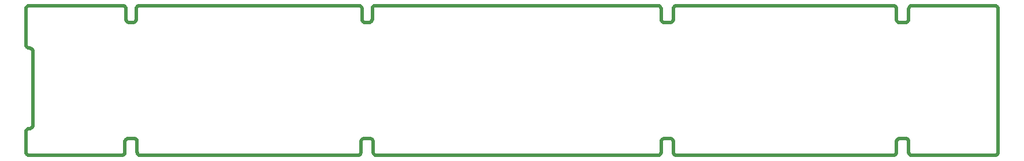
<source format=gbr>
%FSTAX23Y23*%
%MOIN*%
%SFA1B1*%

%IPPOS*%
%ADD95C,0.019685*%
%LNpcb_keep-out-1*%
%LPD*%
G54D95*
X00433Y00994D02*
D01*
X00433Y00996*
X00433Y00997*
X00433Y00998*
X00432Y01*
X00432Y01001*
X00431Y01002*
X00431Y01003*
X0043Y01005*
X00429Y01006*
X00429Y01007*
X00428Y01008*
X00427Y01009*
X00426Y0101*
X00424Y0101*
X00423Y01011*
X00422Y01012*
X00421Y01012*
X0042Y01013*
X00418Y01013*
X00417Y01014*
X00415Y01014*
X00414Y01014*
X00413Y01014*
X00394Y01034D02*
D01*
X00394Y01032*
X00394Y01031*
X00394Y01029*
X00395Y01028*
X00395Y01027*
X00395Y01025*
X00396Y01024*
X00397Y01023*
X00397Y01022*
X00398Y01021*
X00399Y0102*
X004Y01019*
X00401Y01018*
X00402Y01017*
X00404Y01016*
X00405Y01016*
X00406Y01015*
X00407Y01015*
X00409Y01014*
X0041Y01014*
X00411Y01014*
X00413Y01014*
X00413Y01014*
Y00549D02*
D01*
X00415Y00549*
X00416Y00549*
X00418Y0055*
X00419Y0055*
X0042Y0055*
X00421Y00551*
X00423Y00552*
X00424Y00552*
X00425Y00553*
X00426Y00554*
X00427Y00555*
X00428Y00556*
X00429Y00557*
X0043Y00558*
X0043Y00559*
X00431Y0056*
X00432Y00562*
X00432Y00563*
X00433Y00564*
X00433Y00566*
X00433Y00567*
X00433Y00568*
X00433Y00569*
X00413Y00549D02*
D01*
X00412Y00549*
X00411Y00549*
X00409Y00549*
X00408Y00548*
X00407Y00548*
X00405Y00548*
X00404Y00547*
X00403Y00546*
X00402Y00545*
X00401Y00545*
X004Y00544*
X00399Y00543*
X00398Y00542*
X00397Y00541*
X00396Y00539*
X00396Y00538*
X00395Y00537*
X00395Y00536*
X00394Y00534*
X00394Y00533*
X00394Y00532*
X00394Y0053*
X00394Y0053*
X05398Y00394D02*
D01*
X05399Y00394*
X054Y00394*
X05402Y00394*
X05403Y00394*
X05404Y00395*
X05406Y00395*
X05407Y00396*
X05408Y00397*
X05409Y00397*
X0541Y00398*
X05411Y00399*
X05412Y004*
X05413Y00401*
X05414Y00402*
X05415Y00403*
X05415Y00405*
X05416Y00406*
X05416Y00407*
X05417Y00408*
X05417Y0041*
X05417Y00411*
X05417Y00413*
X05417Y00413*
X04059Y0124D02*
D01*
X04059Y01241*
X04059Y01243*
X04059Y01244*
X04058Y01245*
X04058Y01247*
X04057Y01248*
X04057Y01249*
X04056Y0125*
X04055Y01252*
X04054Y01253*
X04053Y01254*
X04052Y01255*
X04051Y01255*
X0405Y01256*
X04049Y01257*
X04048Y01258*
X04047Y01258*
X04045Y01259*
X04044Y01259*
X04043Y01259*
X04041Y0126*
X0404Y0126*
X04039Y0126*
X02372Y01161D02*
D01*
X02373Y01161*
X02375Y01162*
X02376Y01162*
X02377Y01162*
X02379Y01163*
X0238Y01163*
X02381Y01164*
X02382Y01164*
X02384Y01165*
X02385Y01166*
X02386Y01167*
X02387Y01168*
X02388Y01169*
X02388Y0117*
X02389Y01171*
X0239Y01172*
X0239Y01174*
X02391Y01175*
X02391Y01176*
X02391Y01178*
X02392Y01179*
X02392Y0118*
X02392Y01181*
X02333Y01181D02*
D01*
X02333Y0118*
X02333Y01178*
X02333Y01177*
X02333Y01176*
X02334Y01174*
X02334Y01173*
X02335Y01172*
X02336Y01171*
X02336Y01169*
X02337Y01168*
X02338Y01167*
X02339Y01166*
X0234Y01165*
X02341Y01165*
X02343Y01164*
X02344Y01163*
X02345Y01163*
X02346Y01162*
X02348Y01162*
X02349Y01162*
X0235Y01161*
X02352Y01161*
X02352Y01161*
X00971Y01181D02*
D01*
X00971Y0118*
X00971Y01178*
X00971Y01177*
X00971Y01176*
X00972Y01174*
X00972Y01173*
X00973Y01172*
X00974Y01171*
X00974Y01169*
X00975Y01168*
X00976Y01167*
X00977Y01166*
X00978Y01165*
X00979Y01165*
X0098Y01164*
X00982Y01163*
X00983Y01163*
X00984Y01162*
X00985Y01162*
X00987Y01162*
X00988Y01161*
X0099Y01161*
X0099Y01161*
X05488Y00472D02*
D01*
X05488Y00474*
X05488Y00475*
X05488Y00476*
X05487Y00478*
X05487Y00479*
X05486Y0048*
X05486Y00482*
X05485Y00483*
X05484Y00484*
X05484Y00485*
X05483Y00486*
X05482Y00487*
X05481Y00488*
X05479Y00489*
X05478Y00489*
X05477Y0049*
X05476Y00491*
X05475Y00491*
X05473Y00491*
X05472Y00492*
X0547Y00492*
X05469Y00492*
X05468Y00492*
X0415Y0126D02*
D01*
X04148Y0126*
X04147Y01259*
X04145Y01259*
X04144Y01259*
X04143Y01258*
X04142Y01258*
X0414Y01257*
X04139Y01257*
X04138Y01256*
X04137Y01255*
X04136Y01254*
X04135Y01253*
X04134Y01252*
X04133Y01251*
X04133Y0125*
X04132Y01249*
X04131Y01247*
X04131Y01246*
X04131Y01245*
X0413Y01243*
X0413Y01242*
X0413Y01241*
X0413Y0124*
X04059Y01181D02*
D01*
X04059Y0118*
X04059Y01178*
X04059Y01177*
X0406Y01176*
X0406Y01174*
X04061Y01173*
X04061Y01172*
X04062Y01171*
X04063Y01169*
X04064Y01168*
X04065Y01167*
X04066Y01166*
X04067Y01165*
X04068Y01165*
X04069Y01164*
X0407Y01163*
X04071Y01163*
X04073Y01162*
X04074Y01162*
X04075Y01162*
X04077Y01161*
X04078Y01161*
X04079Y01161*
X02411Y0126D02*
D01*
X0241Y0126*
X02409Y01259*
X02407Y01259*
X02406Y01259*
X02405Y01258*
X02403Y01258*
X02402Y01257*
X02401Y01257*
X024Y01256*
X02399Y01255*
X02398Y01254*
X02397Y01253*
X02396Y01252*
X02395Y01251*
X02394Y0125*
X02394Y01249*
X02393Y01247*
X02393Y01246*
X02392Y01245*
X02392Y01243*
X02392Y01242*
X02392Y01241*
X02392Y0124*
X05508Y0126D02*
D01*
X05506Y0126*
X05505Y01259*
X05504Y01259*
X05502Y01259*
X05501Y01258*
X055Y01258*
X05499Y01257*
X05497Y01257*
X05496Y01256*
X05495Y01255*
X05494Y01254*
X05493Y01253*
X05492Y01252*
X05492Y01251*
X05491Y0125*
X0549Y01249*
X0549Y01247*
X05489Y01246*
X05489Y01245*
X05488Y01243*
X05488Y01242*
X05488Y01241*
X05488Y0124*
X04039Y00394D02*
D01*
X04041Y00394*
X04042Y00394*
X04043Y00394*
X04045Y00394*
X04046Y00395*
X04047Y00395*
X04049Y00396*
X0405Y00397*
X04051Y00397*
X04052Y00398*
X04053Y00399*
X04054Y004*
X04055Y00401*
X04056Y00402*
X04056Y00403*
X04057Y00405*
X04058Y00406*
X04058Y00407*
X04058Y00408*
X04059Y0041*
X04059Y00411*
X04059Y00413*
X04059Y00413*
X05437Y00492D02*
D01*
X05436Y00492*
X05434Y00492*
X05433Y00492*
X05431Y00491*
X0543Y00491*
X05429Y0049*
X05428Y0049*
X05426Y00489*
X05425Y00488*
X05424Y00487*
X05423Y00486*
X05422Y00485*
X05421Y00484*
X05421Y00483*
X0542Y00482*
X05419Y00481*
X05419Y0048*
X05418Y00478*
X05418Y00477*
X05418Y00476*
X05417Y00474*
X05417Y00473*
X05417Y00472*
X0413Y00413D02*
D01*
X0413Y00412*
X0413Y0041*
X0413Y00409*
X04131Y00408*
X04131Y00406*
X04132Y00405*
X04132Y00404*
X04133Y00403*
X04134Y00402*
X04134Y00401*
X04135Y004*
X04136Y00399*
X04137Y00398*
X04139Y00397*
X0414Y00396*
X04141Y00396*
X04142Y00395*
X04143Y00394*
X04145Y00394*
X04146Y00394*
X04148Y00394*
X04149Y00394*
X0415Y00394*
X05417Y01181D02*
D01*
X05417Y0118*
X05417Y01178*
X05418Y01177*
X05418Y01176*
X05418Y01174*
X05419Y01173*
X0542Y01172*
X0542Y01171*
X05421Y01169*
X05422Y01168*
X05423Y01167*
X05424Y01166*
X05425Y01165*
X05426Y01165*
X05427Y01164*
X05428Y01163*
X0543Y01163*
X05431Y01162*
X05432Y01162*
X05433Y01162*
X05435Y01161*
X05436Y01161*
X05437Y01161*
X0413Y00472D02*
D01*
X0413Y00474*
X0413Y00475*
X04129Y00476*
X04129Y00478*
X04129Y00479*
X04128Y0048*
X04128Y00482*
X04127Y00483*
X04126Y00484*
X04125Y00485*
X04124Y00486*
X04123Y00487*
X04122Y00488*
X04121Y00489*
X0412Y00489*
X04119Y0049*
X04118Y00491*
X04116Y00491*
X04115Y00491*
X04114Y00492*
X04112Y00492*
X04111Y00492*
X0411Y00492*
X02398Y00413D02*
D01*
X02398Y00412*
X02398Y0041*
X02398Y00409*
X02398Y00408*
X02399Y00406*
X02399Y00405*
X024Y00404*
X02401Y00403*
X02401Y00402*
X02402Y00401*
X02403Y004*
X02404Y00399*
X02405Y00398*
X02406Y00397*
X02407Y00396*
X02409Y00396*
X0241Y00395*
X02411Y00394*
X02413Y00394*
X02414Y00394*
X02415Y00394*
X02417Y00394*
X02417Y00394*
X02398Y00472D02*
D01*
X02398Y00474*
X02397Y00475*
X02397Y00476*
X02397Y00478*
X02396Y00479*
X02396Y0048*
X02395Y00482*
X02395Y00483*
X02394Y00484*
X02393Y00485*
X02392Y00486*
X02391Y00487*
X0239Y00488*
X02389Y00489*
X02388Y00489*
X02387Y0049*
X02385Y00491*
X02384Y00491*
X02383Y00491*
X02381Y00492*
X0238Y00492*
X02379Y00492*
X02378Y00492*
X01035Y00413D02*
D01*
X01036Y00412*
X01036Y0041*
X01036Y00409*
X01036Y00408*
X01037Y00406*
X01037Y00405*
X01038Y00404*
X01038Y00403*
X01039Y00402*
X0104Y00401*
X01041Y004*
X01042Y00399*
X01043Y00398*
X01044Y00397*
X01045Y00396*
X01047Y00396*
X01048Y00395*
X01049Y00394*
X0105Y00394*
X01052Y00394*
X01053Y00394*
X01054Y00394*
X01055Y00394*
X00984Y00492D02*
D01*
X00983Y00492*
X00982Y00492*
X0098Y00492*
X00979Y00491*
X00978Y00491*
X00976Y0049*
X00975Y0049*
X00974Y00489*
X00973Y00488*
X00972Y00487*
X00971Y00486*
X0097Y00485*
X00969Y00484*
X00968Y00483*
X00967Y00482*
X00967Y00481*
X00966Y0048*
X00966Y00478*
X00965Y00477*
X00965Y00476*
X00965Y00474*
X00965Y00473*
X00965Y00472*
X00394Y00413D02*
D01*
X00394Y00412*
X00394Y0041*
X00394Y00409*
X00395Y00408*
X00395Y00406*
X00395Y00405*
X00396Y00404*
X00397Y00403*
X00397Y00402*
X00398Y00401*
X00399Y004*
X004Y00399*
X00401Y00398*
X00402Y00397*
X00404Y00396*
X00405Y00396*
X00406Y00395*
X00407Y00394*
X00409Y00394*
X0041Y00394*
X00411Y00394*
X00413Y00394*
X00413Y00394*
Y0126D02*
D01*
X00412Y0126*
X00411Y01259*
X00409Y01259*
X00408Y01259*
X00407Y01258*
X00405Y01258*
X00404Y01257*
X00403Y01257*
X00402Y01256*
X00401Y01255*
X004Y01254*
X00399Y01253*
X00398Y01252*
X00397Y01251*
X00396Y0125*
X00396Y01249*
X00395Y01247*
X00395Y01246*
X00394Y01245*
X00394Y01243*
X00394Y01242*
X00394Y01241*
X00394Y0124*
X05984Y00394D02*
D01*
X05986Y00394*
X05987Y00394*
X05988Y00394*
X0599Y00394*
X05991Y00395*
X05992Y00395*
X05993Y00396*
X05995Y00397*
X05996Y00397*
X05997Y00398*
X05998Y00399*
X05999Y004*
X06Y00401*
X06Y00402*
X06001Y00403*
X06002Y00405*
X06002Y00406*
X06003Y00407*
X06003Y00408*
X06004Y0041*
X06004Y00411*
X06004Y00412*
X06004Y00413*
Y0124D02*
D01*
X06004Y01241*
X06004Y01243*
X06003Y01244*
X06003Y01245*
X06003Y01247*
X06002Y01248*
X06002Y01249*
X06001Y0125*
X06Y01252*
X05999Y01253*
X05998Y01254*
X05997Y01255*
X05996Y01255*
X05995Y01256*
X05994Y01257*
X05993Y01258*
X05992Y01258*
X0599Y01259*
X05989Y01259*
X05988Y01259*
X05986Y0126*
X05985Y0126*
X05984Y0126*
X05417Y0124D02*
D01*
X05417Y01241*
X05417Y01243*
X05417Y01244*
X05416Y01245*
X05416Y01247*
X05416Y01248*
X05415Y01249*
X05414Y0125*
X05413Y01252*
X05413Y01253*
X05412Y01254*
X05411Y01255*
X0541Y01256*
X05409Y01256*
X05407Y01257*
X05406Y01258*
X05405Y01258*
X05404Y01259*
X05402Y01259*
X05401Y01259*
X054Y0126*
X05398Y0126*
X05398Y0126*
X0411Y01161D02*
D01*
X04112Y01161*
X04113Y01161*
X04114Y01162*
X04116Y01162*
X04117Y01162*
X04118Y01163*
X04119Y01164*
X04121Y01164*
X04122Y01165*
X04123Y01166*
X04124Y01167*
X04125Y01168*
X04126Y01169*
X04126Y0117*
X04127Y01171*
X04128Y01172*
X04128Y01174*
X04129Y01175*
X04129Y01176*
X0413Y01178*
X0413Y01179*
X0413Y0118*
X0413Y01181*
X01049Y0126D02*
D01*
X01048Y0126*
X01047Y01259*
X01045Y01259*
X01044Y01259*
X01043Y01258*
X01041Y01258*
X0104Y01257*
X01039Y01257*
X01038Y01256*
X01037Y01255*
X01036Y01254*
X01035Y01253*
X01034Y01252*
X01033Y01251*
X01032Y0125*
X01032Y01249*
X01031Y01247*
X01031Y01246*
X0103Y01245*
X0103Y01243*
X0103Y01242*
X0103Y01241*
X0103Y0124*
X05488Y00413D02*
D01*
X05488Y00412*
X05488Y0041*
X05489Y00409*
X05489Y00408*
X05489Y00406*
X0549Y00405*
X0549Y00404*
X05491Y00403*
X05492Y00402*
X05493Y00401*
X05494Y004*
X05495Y00399*
X05496Y00398*
X05497Y00397*
X05498Y00396*
X05499Y00396*
X055Y00395*
X05502Y00394*
X05503Y00394*
X05504Y00394*
X05506Y00394*
X05507Y00394*
X05508Y00394*
X05468Y01161D02*
D01*
X0547Y01161*
X05471Y01162*
X05473Y01162*
X05474Y01162*
X05475Y01163*
X05476Y01163*
X05478Y01164*
X05479Y01164*
X0548Y01165*
X05481Y01166*
X05482Y01167*
X05483Y01168*
X05484Y01169*
X05485Y0117*
X05485Y01171*
X05486Y01172*
X05487Y01174*
X05487Y01175*
X05487Y01176*
X05488Y01178*
X05488Y01179*
X05488Y0118*
X05488Y01181*
X02333Y0124D02*
D01*
X02333Y01241*
X02332Y01243*
X02332Y01244*
X02332Y01245*
X02331Y01247*
X02331Y01248*
X0233Y01249*
X0233Y0125*
X02329Y01252*
X02328Y01253*
X02327Y01254*
X02326Y01255*
X02325Y01256*
X02324Y01256*
X02323Y01257*
X02322Y01258*
X0232Y01258*
X02319Y01259*
X02318Y01259*
X02316Y01259*
X02315Y0126*
X02314Y0126*
X02313Y0126*
X04079Y00492D02*
D01*
X04077Y00492*
X04076Y00492*
X04075Y00492*
X04073Y00491*
X04072Y00491*
X04071Y0049*
X04069Y0049*
X04068Y00489*
X04067Y00488*
X04066Y00487*
X04065Y00486*
X04064Y00485*
X04063Y00484*
X04062Y00483*
X04062Y00482*
X04061Y00481*
X0406Y0048*
X0406Y00478*
X0406Y00477*
X04059Y00476*
X04059Y00474*
X04059Y00473*
X04059Y00472*
X02346Y00492D02*
D01*
X02345Y00492*
X02344Y00492*
X02342Y00492*
X02341Y00491*
X0234Y00491*
X02338Y0049*
X02337Y0049*
X02336Y00489*
X02335Y00488*
X02334Y00487*
X02333Y00486*
X02332Y00485*
X02331Y00484*
X0233Y00483*
X02329Y00482*
X02329Y00481*
X02328Y0048*
X02328Y00478*
X02327Y00477*
X02327Y00476*
X02327Y00474*
X02327Y00473*
X02327Y00472*
X02307Y00394D02*
D01*
X02308Y00394*
X0231Y00394*
X02311Y00394*
X02313Y00394*
X02314Y00395*
X02315Y00395*
X02316Y00396*
X02318Y00397*
X02319Y00397*
X0232Y00398*
X02321Y00399*
X02322Y004*
X02323Y00401*
X02323Y00402*
X02324Y00403*
X02325Y00405*
X02325Y00406*
X02326Y00407*
X02326Y00408*
X02326Y0041*
X02327Y00411*
X02327Y00413*
X02327Y00413*
X01035Y00472D02*
D01*
X01035Y00474*
X01035Y00475*
X01035Y00476*
X01035Y00478*
X01034Y00479*
X01034Y0048*
X01033Y00482*
X01032Y00483*
X01032Y00484*
X01031Y00485*
X0103Y00486*
X01029Y00487*
X01028Y00488*
X01027Y00489*
X01026Y00489*
X01024Y0049*
X01023Y00491*
X01022Y00491*
X01021Y00491*
X01019Y00492*
X01018Y00492*
X01016Y00492*
X01016Y00492*
X00945Y00394D02*
D01*
X00946Y00394*
X00948Y00394*
X00949Y00394*
X0095Y00394*
X00952Y00395*
X00953Y00395*
X00954Y00396*
X00955Y00397*
X00956Y00397*
X00958Y00398*
X00959Y00399*
X0096Y004*
X0096Y00401*
X00961Y00402*
X00962Y00403*
X00963Y00405*
X00963Y00406*
X00964Y00407*
X00964Y00408*
X00964Y0041*
X00964Y00411*
X00965Y00413*
X00965Y00413*
X0101Y01161D02*
D01*
X01011Y01161*
X01013Y01161*
X01014Y01162*
X01015Y01162*
X01017Y01162*
X01018Y01163*
X01019Y01164*
X0102Y01164*
X01021Y01165*
X01022Y01166*
X01024Y01167*
X01024Y01168*
X01025Y01169*
X01026Y0117*
X01027Y01171*
X01028Y01172*
X01028Y01174*
X01029Y01175*
X01029Y01176*
X01029Y01178*
X01029Y01179*
X0103Y0118*
X0103Y01181*
X0097Y0124D02*
D01*
X0097Y01241*
X0097Y01243*
X0097Y01244*
X0097Y01245*
X00969Y01247*
X00969Y01248*
X00968Y01249*
X00967Y0125*
X00967Y01252*
X00966Y01253*
X00965Y01254*
X00964Y01255*
X00963Y01255*
X00962Y01256*
X00961Y01257*
X00959Y01258*
X00958Y01258*
X00957Y01259*
X00956Y01259*
X00954Y01259*
X00953Y0126*
X00951Y0126*
X00951Y0126*
X00394Y00413D02*
Y0053D01*
X00394Y01034D02*
X00394Y0124D01*
X00433Y00994D02*
Y00569D01*
X05417Y00413D02*
Y00472D01*
Y01181D02*
Y0124D01*
X04059Y00413D02*
Y00472D01*
X02398Y00413D02*
Y00472D01*
X02327Y00413D02*
Y00472D01*
X01035Y00413D02*
Y00472D01*
X06004Y00413D02*
Y0124D01*
X0413Y00413D02*
Y00472D01*
X0103Y01181D02*
Y0124D01*
X0099Y01161D02*
X0101D01*
X05508Y00394D02*
X05984D01*
X0415Y0126D02*
X05398D01*
X0413Y01181D02*
Y0124D01*
X02417Y00394D02*
X04039D01*
X02411Y0126D02*
X04039D01*
X00965Y00413D02*
Y00472D01*
X00971Y01181D02*
Y0124D01*
X05488Y00413D02*
Y00472D01*
X05437Y00492D02*
X05468D01*
X05488Y01181D02*
Y0124D01*
X05437Y01161D02*
X05468D01*
X04079Y00492D02*
X0411D01*
X04059Y01181D02*
Y0124D01*
X02392Y01181D02*
Y0124D01*
X02333Y01181D02*
Y0124D01*
X04079Y01161D02*
X0411D01*
X02346Y00492D02*
X02378D01*
X02352Y01161D02*
X02372D01*
X00984Y00492D02*
X01016D01*
X05508Y0126D02*
X05984D01*
X0415Y00394D02*
X05398D01*
X01055D02*
X02307D01*
X01049Y0126D02*
X02313D01*
X00413Y00394D02*
X00945D01*
X00413Y0126D02*
X00951D01*
M02*
</source>
